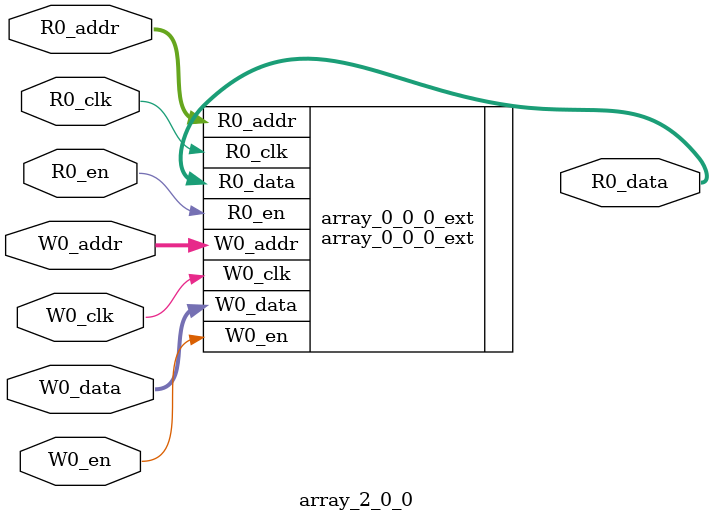
<source format=sv>
`ifndef RANDOMIZE
  `ifdef RANDOMIZE_REG_INIT
    `define RANDOMIZE
  `endif // RANDOMIZE_REG_INIT
`endif // not def RANDOMIZE
`ifndef RANDOMIZE
  `ifdef RANDOMIZE_MEM_INIT
    `define RANDOMIZE
  `endif // RANDOMIZE_MEM_INIT
`endif // not def RANDOMIZE

`ifndef RANDOM
  `define RANDOM $random
`endif // not def RANDOM

// Users can define 'PRINTF_COND' to add an extra gate to prints.
`ifndef PRINTF_COND_
  `ifdef PRINTF_COND
    `define PRINTF_COND_ (`PRINTF_COND)
  `else  // PRINTF_COND
    `define PRINTF_COND_ 1
  `endif // PRINTF_COND
`endif // not def PRINTF_COND_

// Users can define 'ASSERT_VERBOSE_COND' to add an extra gate to assert error printing.
`ifndef ASSERT_VERBOSE_COND_
  `ifdef ASSERT_VERBOSE_COND
    `define ASSERT_VERBOSE_COND_ (`ASSERT_VERBOSE_COND)
  `else  // ASSERT_VERBOSE_COND
    `define ASSERT_VERBOSE_COND_ 1
  `endif // ASSERT_VERBOSE_COND
`endif // not def ASSERT_VERBOSE_COND_

// Users can define 'STOP_COND' to add an extra gate to stop conditions.
`ifndef STOP_COND_
  `ifdef STOP_COND
    `define STOP_COND_ (`STOP_COND)
  `else  // STOP_COND
    `define STOP_COND_ 1
  `endif // STOP_COND
`endif // not def STOP_COND_

// Users can define INIT_RANDOM as general code that gets injected into the
// initializer block for modules with registers.
`ifndef INIT_RANDOM
  `define INIT_RANDOM
`endif // not def INIT_RANDOM

// If using random initialization, you can also define RANDOMIZE_DELAY to
// customize the delay used, otherwise 0.002 is used.
`ifndef RANDOMIZE_DELAY
  `define RANDOMIZE_DELAY 0.002
`endif // not def RANDOMIZE_DELAY

// Define INIT_RANDOM_PROLOG_ for use in our modules below.
`ifndef INIT_RANDOM_PROLOG_
  `ifdef RANDOMIZE
    `ifdef VERILATOR
      `define INIT_RANDOM_PROLOG_ `INIT_RANDOM
    `else  // VERILATOR
      `define INIT_RANDOM_PROLOG_ `INIT_RANDOM #`RANDOMIZE_DELAY begin end
    `endif // VERILATOR
  `else  // RANDOMIZE
    `define INIT_RANDOM_PROLOG_
  `endif // RANDOMIZE
`endif // not def INIT_RANDOM_PROLOG_

module array_2_0_0(	// @[DescribedSRAM.scala:17:26]
  input  [6:0]  R0_addr,
  input         R0_en,
                R0_clk,
  input  [6:0]  W0_addr,
  input         W0_en,
                W0_clk,
  input  [63:0] W0_data,
  output [63:0] R0_data
);

  array_0_0_0_ext array_0_0_0_ext (	// @[DescribedSRAM.scala:17:26]
    .R0_addr (R0_addr),
    .R0_en   (R0_en),
    .R0_clk  (R0_clk),
    .W0_addr (W0_addr),
    .W0_en   (W0_en),
    .W0_clk  (W0_clk),
    .W0_data (W0_data),
    .R0_data (R0_data)
  );
endmodule


</source>
